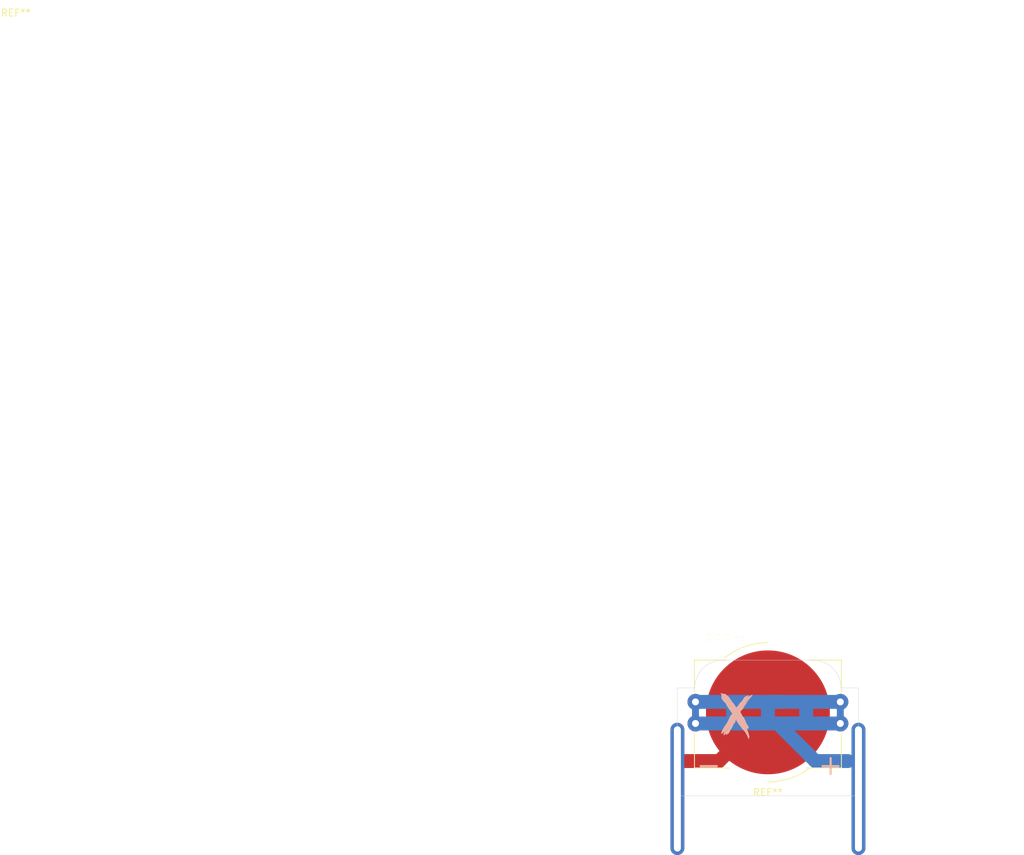
<source format=kicad_pcb>
(kicad_pcb (version 20171130) (host pcbnew "(5.1.6)-1")

  (general
    (thickness 1.6)
    (drawings 15)
    (tracks 27)
    (zones 0)
    (modules 4)
    (nets 1)
  )

  (page A4)
  (layers
    (0 F.Cu signal)
    (31 B.Cu signal)
    (32 B.Adhes user)
    (33 F.Adhes user)
    (34 B.Paste user)
    (35 F.Paste user)
    (36 B.SilkS user)
    (37 F.SilkS user)
    (38 B.Mask user)
    (39 F.Mask user)
    (40 Dwgs.User user)
    (41 Cmts.User user)
    (42 Eco1.User user)
    (43 Eco2.User user)
    (44 Edge.Cuts user)
    (45 Margin user)
    (46 B.CrtYd user)
    (47 F.CrtYd user)
    (48 B.Fab user)
    (49 F.Fab user)
  )

  (setup
    (last_trace_width 1)
    (user_trace_width 1)
    (user_trace_width 2)
    (user_trace_width 3)
    (user_trace_width 4)
    (user_trace_width 5)
    (trace_clearance 0.2)
    (zone_clearance 0.508)
    (zone_45_only no)
    (trace_min 0.2)
    (via_size 0.8)
    (via_drill 0.4)
    (via_min_size 0.4)
    (via_min_drill 0.3)
    (user_via 6.7 6.3)
    (uvia_size 0.3)
    (uvia_drill 0.1)
    (uvias_allowed no)
    (uvia_min_size 0.2)
    (uvia_min_drill 0.1)
    (edge_width 0.05)
    (segment_width 0.2)
    (pcb_text_width 0.3)
    (pcb_text_size 1.5 1.5)
    (mod_edge_width 0.12)
    (mod_text_size 1 1)
    (mod_text_width 0.15)
    (pad_size 1.524 1.524)
    (pad_drill 0.762)
    (pad_to_mask_clearance 0.05)
    (aux_axis_origin 0 0)
    (visible_elements FFFFFF7F)
    (pcbplotparams
      (layerselection 0x010fc_ffffffff)
      (usegerberextensions true)
      (usegerberattributes false)
      (usegerberadvancedattributes false)
      (creategerberjobfile false)
      (excludeedgelayer true)
      (linewidth 0.100000)
      (plotframeref false)
      (viasonmask false)
      (mode 1)
      (useauxorigin false)
      (hpglpennumber 1)
      (hpglpenspeed 20)
      (hpglpendiameter 15.000000)
      (psnegative false)
      (psa4output false)
      (plotreference true)
      (plotvalue false)
      (plotinvisibletext false)
      (padsonsilk false)
      (subtractmaskfromsilk true)
      (outputformat 1)
      (mirror false)
      (drillshape 0)
      (scaleselection 1)
      (outputdirectory ""))
  )

  (net 0 "")

  (net_class Default "This is the default net class."
    (clearance 0.2)
    (trace_width 0.25)
    (via_dia 0.8)
    (via_drill 0.4)
    (uvia_dia 0.3)
    (uvia_drill 0.1)
  )

  (module logos:logo_7 (layer F.Cu) (tedit 60C2B8C4) (tstamp 60C2BDBE)
    (at 103.5 101.5)
    (fp_text reference G*** (at 0 0) (layer F.SilkS) hide
      (effects (font (size 1.524 1.524) (thickness 0.3)))
    )
    (fp_text value LOGO (at 0.75 0) (layer F.SilkS) hide
      (effects (font (size 1.524 1.524) (thickness 0.3)))
    )
    (fp_poly (pts (xy -2.271817 -3.255016) (xy -2.241589 -3.245307) (xy -2.228288 -3.239731) (xy -2.186547 -3.225679)
      (xy -2.13399 -3.213973) (xy -2.101729 -3.20936) (xy -2.048452 -3.201361) (xy -1.995483 -3.189553)
      (xy -1.969957 -3.181864) (xy -1.920325 -3.170453) (xy -1.852659 -3.163755) (xy -1.798139 -3.1623)
      (xy -1.746274 -3.16141) (xy -1.702582 -3.157411) (xy -1.663359 -3.148314) (xy -1.624902 -3.132127)
      (xy -1.583507 -3.10686) (xy -1.53547 -3.070522) (xy -1.477088 -3.021124) (xy -1.404657 -2.956674)
      (xy -1.388573 -2.942177) (xy -1.349843 -2.909505) (xy -1.316791 -2.885761) (xy -1.294675 -2.874561)
      (xy -1.290055 -2.874408) (xy -1.272959 -2.869543) (xy -1.244843 -2.85058) (xy -1.216192 -2.82568)
      (xy -1.191928 -2.801831) (xy -1.168427 -2.7771) (xy -1.144112 -2.749345) (xy -1.117407 -2.716429)
      (xy -1.086734 -2.676212) (xy -1.050517 -2.626556) (xy -1.007178 -2.56532) (xy -0.955142 -2.490366)
      (xy -0.89283 -2.399556) (xy -0.818666 -2.290749) (xy -0.780908 -2.2352) (xy -0.719778 -2.145557)
      (xy -0.670398 -2.074136) (xy -0.630506 -2.017975) (xy -0.59784 -1.974113) (xy -0.570135 -1.939588)
      (xy -0.545129 -1.911438) (xy -0.52056 -1.886701) (xy -0.500314 -1.867935) (xy -0.462649 -1.828713)
      (xy -0.421217 -1.777548) (xy -0.384362 -1.724823) (xy -0.381 -1.719463) (xy -0.349078 -1.668897)
      (xy -0.308854 -1.606653) (xy -0.266367 -1.542018) (xy -0.239996 -1.502528) (xy -0.203728 -1.447719)
      (xy -0.170091 -1.395232) (xy -0.143248 -1.351661) (xy -0.129199 -1.32715) (xy -0.097103 -1.275293)
      (xy -0.062318 -1.233139) (xy -0.030139 -1.206845) (xy -0.022769 -1.203335) (xy -0.004718 -1.205367)
      (xy 0.013105 -1.22835) (xy 0.019328 -1.240631) (xy 0.037262 -1.269462) (xy 0.067913 -1.309964)
      (xy 0.106216 -1.355666) (xy 0.12995 -1.382013) (xy 0.220138 -1.482352) (xy 0.293519 -1.571074)
      (xy 0.353308 -1.652194) (xy 0.356306 -1.656765) (xy 1.198324 -1.656765) (xy 1.199256 -1.651)
      (xy 1.209456 -1.660736) (xy 1.2192 -1.6764) (xy 1.221843 -1.68275) (xy 1.2573 -1.68275)
      (xy 1.26365 -1.6764) (xy 1.27 -1.68275) (xy 1.26365 -1.6891) (xy 1.2573 -1.68275)
      (xy 1.221843 -1.68275) (xy 1.227375 -1.696036) (xy 1.226443 -1.7018) (xy 1.216243 -1.692065)
      (xy 1.2065 -1.6764) (xy 1.198324 -1.656765) (xy 0.356306 -1.656765) (xy 0.385221 -1.700848)
      (xy 0.403588 -1.729136) (xy 1.24498 -1.729136) (xy 1.247162 -1.731953) (xy 1.264821 -1.755669)
      (xy 1.277388 -1.77165) (xy 1.3081 -1.77165) (xy 1.31445 -1.7653) (xy 1.3208 -1.77165)
      (xy 1.31445 -1.778) (xy 1.3081 -1.77165) (xy 1.277388 -1.77165) (xy 1.291062 -1.789038)
      (xy 1.297549 -1.79705) (xy 1.3208 -1.79705) (xy 1.32715 -1.7907) (xy 1.3335 -1.79705)
      (xy 1.32715 -1.8034) (xy 1.3208 -1.79705) (xy 1.297549 -1.79705) (xy 1.30547 -1.806833)
      (xy 1.327596 -1.83515) (xy 1.3462 -1.83515) (xy 1.35255 -1.8288) (xy 1.3589 -1.83515)
      (xy 1.35255 -1.8415) (xy 1.3462 -1.83515) (xy 1.327596 -1.83515) (xy 1.332323 -1.841199)
      (xy 1.353555 -1.871121) (xy 1.354855 -1.87325) (xy 1.3716 -1.87325) (xy 1.37795 -1.8669)
      (xy 1.3843 -1.87325) (xy 1.37795 -1.8796) (xy 1.3716 -1.87325) (xy 1.354855 -1.87325)
      (xy 1.360083 -1.881811) (xy 1.375689 -1.897344) (xy 1.386899 -1.897044) (xy 1.394914 -1.896188)
      (xy 1.393821 -1.89865) (xy 1.4097 -1.89865) (xy 1.41605 -1.8923) (xy 1.4224 -1.89865)
      (xy 1.41605 -1.905) (xy 1.4097 -1.89865) (xy 1.393821 -1.89865) (xy 1.391897 -1.902982)
      (xy 1.393886 -1.920833) (xy 1.40547 -1.93675) (xy 1.4097 -1.93675) (xy 1.41605 -1.9304)
      (xy 1.4224 -1.93675) (xy 1.4351 -1.93675) (xy 1.44145 -1.9304) (xy 1.4478 -1.93675)
      (xy 1.44145 -1.9431) (xy 1.4351 -1.93675) (xy 1.4224 -1.93675) (xy 1.41605 -1.9431)
      (xy 1.4097 -1.93675) (xy 1.40547 -1.93675) (xy 1.41108 -1.944458) (xy 1.412882 -1.946219)
      (xy 1.437445 -1.973109) (xy 1.43884 -1.97485) (xy 1.4605 -1.97485) (xy 1.46685 -1.9685)
      (xy 1.4732 -1.97485) (xy 1.46685 -1.9812) (xy 1.4605 -1.97485) (xy 1.43884 -1.97485)
      (xy 1.467614 -2.010741) (xy 1.485311 -2.034773) (xy 1.510491 -2.06596) (xy 1.531593 -2.084362)
      (xy 1.541738 -2.086712) (xy 1.549418 -2.084943) (xy 1.546976 -2.088479) (xy 1.548868 -2.103119)
      (xy 1.564785 -2.126694) (xy 1.569201 -2.131661) (xy 1.589805 -2.156528) (xy 1.599972 -2.173992)
      (xy 1.6002 -2.175495) (xy 1.6082 -2.180147) (xy 1.613214 -2.177856) (xy 1.624061 -2.176799)
      (xy 1.62441 -2.180282) (xy 1.624026 -2.206142) (xy 1.631607 -2.218171) (xy 1.636888 -2.217023)
      (xy 1.648255 -2.223561) (xy 1.668133 -2.246562) (xy 1.692662 -2.280304) (xy 1.71798 -2.319066)
      (xy 1.740226 -2.357127) (xy 1.75554 -2.388767) (xy 1.758561 -2.39731) (xy 1.768146 -2.417349)
      (xy 1.775739 -2.420754) (xy 1.782921 -2.427169) (xy 1.786123 -2.44504) (xy 1.784609 -2.453485)
      (xy 1.777648 -2.453059) (xy 1.763834 -2.442199) (xy 1.741762 -2.419343) (xy 1.710024 -2.382931)
      (xy 1.667215 -2.331398) (xy 1.611929 -2.263185) (xy 1.54276 -2.176727) (xy 1.528642 -2.159)
      (xy 1.466034 -2.079727) (xy 1.416646 -2.015432) (xy 1.377374 -1.961638) (xy 1.345111 -1.913864)
      (xy 1.316754 -1.867632) (xy 1.289197 -1.818461) (xy 1.277747 -1.79705) (xy 1.258194 -1.759318)
      (xy 1.246713 -1.735492) (xy 1.24498 -1.729136) (xy 0.403588 -1.729136) (xy 0.417882 -1.75115)
      (xy 0.453397 -1.80282) (xy 0.478917 -1.837782) (xy 0.508752 -1.880557) (xy 0.535236 -1.924673)
      (xy 0.545853 -1.94571) (xy 0.561117 -1.975346) (xy 0.572535 -1.98405) (xy 0.582117 -1.977359)
      (xy 0.589216 -1.95747) (xy 0.578038 -1.935709) (xy 0.561622 -1.909555) (xy 0.564445 -1.89738)
      (xy 0.5842 -1.895792) (xy 0.604876 -1.902416) (xy 0.609599 -1.909741) (xy 0.616841 -1.925321)
      (xy 0.636123 -1.955811) (xy 0.663783 -1.996161) (xy 0.696159 -2.041317) (xy 0.729588 -2.086226)
      (xy 0.760406 -2.125837) (xy 0.784953 -2.155096) (xy 0.794893 -2.16535) (xy 0.817944 -2.192684)
      (xy 0.842273 -2.230663) (xy 0.84959 -2.244372) (xy 0.875836 -2.289069) (xy 0.907228 -2.332666)
      (xy 0.914519 -2.341347) (xy 0.944081 -2.381263) (xy 0.968988 -2.42508) (xy 0.972856 -2.433775)
      (xy 0.990706 -2.470861) (xy 1.009264 -2.500629) (xy 1.012883 -2.505075) (xy 1.023821 -2.52193)
      (xy 1.021143 -2.527495) (xy 1.018391 -2.53287) (xy 1.023188 -2.53702) (xy 1.037396 -2.552103)
      (xy 1.059792 -2.581179) (xy 1.077773 -2.606675) (xy 1.080221 -2.60985) (xy 1.8669 -2.60985)
      (xy 1.87325 -2.6035) (xy 1.8796 -2.60985) (xy 1.87325 -2.6162) (xy 1.8669 -2.60985)
      (xy 1.080221 -2.60985) (xy 1.099811 -2.63525) (xy 1.8796 -2.63525) (xy 1.88595 -2.6289)
      (xy 1.8923 -2.63525) (xy 1.88595 -2.6416) (xy 1.8796 -2.63525) (xy 1.099811 -2.63525)
      (xy 1.103121 -2.639541) (xy 1.125741 -2.661451) (xy 1.13719 -2.667) (xy 1.153947 -2.675612)
      (xy 1.182711 -2.698571) (xy 1.218256 -2.73156) (xy 1.23183 -2.745187) (xy 1.272413 -2.789182)
      (xy 1.296528 -2.82216) (xy 1.307442 -2.849096) (xy 1.308992 -2.862662) (xy 1.312828 -2.899714)
      (xy 1.319673 -2.926996) (xy 1.327154 -2.942144) (xy 1.332187 -2.935512) (xy 1.335984 -2.917914)
      (xy 1.337868 -2.891819) (xy 1.333474 -2.880169) (xy 1.325629 -2.866539) (xy 1.317361 -2.837167)
      (xy 1.315459 -2.827672) (xy 1.306478 -2.778794) (xy 1.361264 -2.787711) (xy 1.441213 -2.809555)
      (xy 1.508939 -2.849241) (xy 1.543127 -2.879129) (xy 1.585915 -2.91275) (xy 1.637012 -2.935861)
      (xy 1.703637 -2.9514) (xy 1.730375 -2.955383) (xy 1.764933 -2.956015) (xy 1.777475 -2.946578)
      (xy 1.767001 -2.928269) (xy 1.759089 -2.921117) (xy 1.746904 -2.902606) (xy 1.748016 -2.892742)
      (xy 1.746143 -2.876193) (xy 1.73912 -2.869718) (xy 1.724877 -2.850193) (xy 1.717899 -2.825877)
      (xy 1.710064 -2.796434) (xy 1.694397 -2.754707) (xy 1.679127 -2.720165) (xy 1.656288 -2.671713)
      (xy 1.644367 -2.644389) (xy 1.643345 -2.636393) (xy 1.653204 -2.645927) (xy 1.673923 -2.671194)
      (xy 1.67867 -2.677107) (xy 1.734811 -2.739269) (xy 1.796272 -2.794171) (xy 1.85836 -2.838537)
      (xy 1.916379 -2.869087) (xy 1.965637 -2.882546) (xy 1.973405 -2.8829) (xy 2.001288 -2.891618)
      (xy 2.039922 -2.915271) (xy 2.070685 -2.939374) (xy 2.139899 -2.992228) (xy 2.197753 -3.022998)
      (xy 2.24397 -3.031551) (xy 2.255389 -3.029799) (xy 2.274835 -3.023238) (xy 2.279619 -3.011889)
      (xy 2.271681 -2.987602) (xy 2.267719 -2.978033) (xy 2.241014 -2.925395) (xy 2.19965 -2.860934)
      (xy 2.142575 -2.783199) (xy 2.068739 -2.690741) (xy 2.000383 -2.609284) (xy 1.963111 -2.564928)
      (xy 1.929355 -2.52357) (xy 1.904617 -2.491994) (xy 1.89865 -2.483863) (xy 1.871678 -2.447048)
      (xy 1.846669 -2.414579) (xy 1.830001 -2.391474) (xy 1.803346 -2.352019) (xy 1.770154 -2.301419)
      (xy 1.733875 -2.244879) (xy 1.727744 -2.2352) (xy 1.691197 -2.178829) (xy 1.645965 -2.111325)
      (xy 1.594054 -2.035484) (xy 1.537472 -1.954101) (xy 1.478229 -1.86997) (xy 1.418331 -1.785887)
      (xy 1.359788 -1.704648) (xy 1.304606 -1.629046) (xy 1.254794 -1.561877) (xy 1.21236 -1.505937)
      (xy 1.179313 -1.46402) (xy 1.157659 -1.438922) (xy 1.151919 -1.433681) (xy 1.140692 -1.416983)
      (xy 1.140393 -1.414631) (xy 1.135582 -1.392902) (xy 1.12137 -1.360043) (xy 1.096074 -1.312587)
      (xy 1.064081 -1.2573) (xy 1.030849 -1.199183) (xy 0.996194 -1.135536) (xy 0.967205 -1.079401)
      (xy 0.965311 -1.075561) (xy 0.933464 -1.018114) (xy 0.903736 -0.978637) (xy 0.878111 -0.959337)
      (xy 0.86153 -0.96013) (xy 0.851332 -0.958658) (xy 0.8509 -0.955875) (xy 0.842625 -0.942919)
      (xy 0.82013 -0.915799) (xy 0.786904 -0.878554) (xy 0.748749 -0.83765) (xy 0.682812 -0.768352)
      (xy 0.632451 -0.71504) (xy 0.595874 -0.675167) (xy 0.571289 -0.646186) (xy 0.556904 -0.625549)
      (xy 0.550927 -0.610708) (xy 0.551567 -0.599115) (xy 0.557032 -0.588223) (xy 0.56497 -0.576343)
      (xy 0.579174 -0.546471) (xy 0.575877 -0.519444) (xy 0.572822 -0.512181) (xy 0.562999 -0.489843)
      (xy 0.56136 -0.474669) (xy 0.570398 -0.458272) (xy 0.592605 -0.432266) (xy 0.598606 -0.425448)
      (xy 0.619117 -0.397403) (xy 0.647481 -0.352266) (xy 0.680306 -0.295722) (xy 0.714206 -0.233458)
      (xy 0.722431 -0.217704) (xy 0.755509 -0.153912) (xy 0.787161 -0.093135) (xy 0.814228 -0.04142)
      (xy 0.833551 -0.004816) (xy 0.836619 0.000926) (xy 0.869328 0.056926) (xy 0.903408 0.106948)
      (xy 0.935392 0.146596) (xy 0.96181 0.171475) (xy 0.976155 0.1778) (xy 1.013717 0.189435)
      (xy 1.044424 0.220091) (xy 1.06175 0.262814) (xy 1.069945 0.287897) (xy 1.08786 0.331436)
      (xy 1.11363 0.389277) (xy 1.145392 0.45727) (xy 1.181283 0.531263) (xy 1.191262 0.551374)
      (xy 1.238709 0.648423) (xy 1.274264 0.725626) (xy 1.298812 0.785087) (xy 1.313235 0.828915)
      (xy 1.318048 0.853842) (xy 1.325083 0.892653) (xy 1.336017 0.921445) (xy 1.341443 0.928422)
      (xy 1.356605 0.948591) (xy 1.3589 0.957903) (xy 1.365828 0.976409) (xy 1.383412 1.006357)
      (xy 1.394787 1.023023) (xy 1.422191 1.067733) (xy 1.446979 1.118427) (xy 1.452842 1.133094)
      (xy 1.47779 1.186966) (xy 1.514653 1.250124) (xy 1.557737 1.313548) (xy 1.60099 1.367812)
      (xy 1.651408 1.428527) (xy 1.685456 1.480467) (xy 1.706607 1.53071) (xy 1.718336 1.586335)
      (xy 1.721279 1.6129) (xy 1.7261 1.65994) (xy 1.730954 1.696711) (xy 1.734897 1.716219)
      (xy 1.73536 1.717239) (xy 1.734305 1.736687) (xy 1.720286 1.76686) (xy 1.698089 1.800312)
      (xy 1.672501 1.8296) (xy 1.653424 1.844675) (xy 1.616423 1.862937) (xy 1.595448 1.864052)
      (xy 1.587706 1.84793) (xy 1.5875 1.842558) (xy 1.582467 1.820326) (xy 1.576346 1.813983)
      (xy 1.563115 1.801771) (xy 1.54212 1.775536) (xy 1.530279 1.75895) (xy 1.509793 1.729793)
      (xy 1.500787 1.720391) (xy 1.500563 1.729426) (xy 1.504239 1.74625) (xy 1.510846 1.779241)
      (xy 1.518965 1.826089) (xy 1.52536 1.8669) (xy 1.539742 1.960897) (xy 1.551855 2.033037)
      (xy 1.562362 2.086693) (xy 1.571924 2.125238) (xy 1.581205 2.152044) (xy 1.581463 2.15265)
      (xy 1.59585 2.191379) (xy 1.605219 2.224157) (xy 1.620294 2.252633) (xy 1.638668 2.264376)
      (xy 1.657174 2.275148) (xy 1.657897 2.298041) (xy 1.656828 2.302608) (xy 1.655612 2.329496)
      (xy 1.66267 2.342514) (xy 1.674123 2.360972) (xy 1.6764 2.37628) (xy 1.682132 2.405032)
      (xy 1.695969 2.439397) (xy 1.696418 2.440272) (xy 1.708016 2.464171) (xy 1.716722 2.487604)
      (xy 1.724329 2.517316) (xy 1.73263 2.560056) (xy 1.740848 2.607404) (xy 1.751308 2.657779)
      (xy 1.764346 2.705967) (xy 1.771944 2.728054) (xy 1.794005 2.791339) (xy 1.812606 2.858982)
      (xy 1.826994 2.926144) (xy 1.836412 2.987987) (xy 1.840105 3.039669) (xy 1.837319 3.076352)
      (xy 1.8288 3.09245) (xy 1.820142 3.109372) (xy 1.816133 3.14002) (xy 1.8161 3.143155)
      (xy 1.813233 3.172983) (xy 1.800436 3.18612) (xy 1.781175 3.190031) (xy 1.74625 3.19405)
      (xy 1.750564 3.286125) (xy 1.751869 3.330773) (xy 1.751325 3.363491) (xy 1.749062 3.377983)
      (xy 1.748644 3.3782) (xy 1.73895 3.368341) (xy 1.722208 3.343664) (xy 1.715754 3.333024)
      (xy 1.698789 3.300977) (xy 1.689359 3.276795) (xy 1.688703 3.272699) (xy 1.682206 3.25347)
      (xy 1.666238 3.222362) (xy 1.657018 3.20675) (xy 1.637985 3.170299) (xy 1.626853 3.138256)
      (xy 1.625665 3.129087) (xy 1.617985 3.099528) (xy 1.602039 3.071937) (xy 1.584132 3.039022)
      (xy 1.570743 2.997503) (xy 1.569411 2.99085) (xy 1.559288 2.953944) (xy 1.540843 2.903315)
      (xy 1.517076 2.845733) (xy 1.490989 2.78797) (xy 1.465583 2.736798) (xy 1.44386 2.698987)
      (xy 1.434312 2.68605) (xy 1.413495 2.658001) (xy 1.384548 2.612601) (xy 1.382923 2.60985)
      (xy 1.397 2.60985) (xy 1.40335 2.6162) (xy 1.4097 2.60985) (xy 1.40335 2.6035)
      (xy 1.397 2.60985) (xy 1.382923 2.60985) (xy 1.350647 2.555242) (xy 1.314967 2.491317)
      (xy 1.280684 2.426219) (xy 1.276952 2.418855) (xy 1.256558 2.38196) (xy 1.23083 2.342696)
      (xy 1.197348 2.298019) (xy 1.153695 2.244883) (xy 1.09745 2.180243) (xy 1.038339 2.11455)
      (xy 1.1557 2.11455) (xy 1.16205 2.1209) (xy 1.1684 2.11455) (xy 1.16205 2.1082)
      (xy 1.1557 2.11455) (xy 1.038339 2.11455) (xy 1.026196 2.101055) (xy 1.012897 2.086454)
      (xy 0.989589 2.059536) (xy 1.308486 2.059536) (xy 1.312777 2.089699) (xy 1.317249 2.103986)
      (xy 1.324911 2.119815) (xy 1.32937 2.112123) (xy 1.330804 2.105424) (xy 1.328389 2.076458)
      (xy 1.32204 2.060974) (xy 1.311812 2.045935) (xy 1.308704 2.053016) (xy 1.308486 2.059536)
      (xy 0.989589 2.059536) (xy 0.975361 2.043106) (xy 0.947002 2.0066) (xy 1.1176 2.0066)
      (xy 1.122246 2.017053) (xy 1.126066 2.015066) (xy 1.127586 1.999994) (xy 1.126066 1.998133)
      (xy 1.118516 1.999876) (xy 1.1176 2.0066) (xy 0.947002 2.0066) (xy 0.944447 2.003312)
      (xy 0.924415 1.972769) (xy 0.919445 1.961473) (xy 0.913424 1.94674) (xy 1.094247 1.94674)
      (xy 1.097337 1.953837) (xy 1.110124 1.967471) (xy 1.117476 1.964674) (xy 1.1176 1.962899)
      (xy 1.108579 1.952157) (xy 1.102937 1.948237) (xy 1.094247 1.94674) (xy 0.913424 1.94674)
      (xy 0.908811 1.935454) (xy 0.893933 1.933353) (xy 0.879946 1.944533) (xy 0.859942 1.952342)
      (xy 0.838931 1.935894) (xy 0.819021 1.900956) (xy 0.801378 1.87101) (xy 0.793985 1.86055)
      (xy 1.0668 1.86055) (xy 1.07315 1.8669) (xy 1.0795 1.86055) (xy 1.07315 1.8542)
      (xy 1.0668 1.86055) (xy 0.793985 1.86055) (xy 0.77284 1.830638) (xy 0.73944 1.788351)
      (xy 0.737924 1.786545) (xy 0.717611 1.759877) (xy 1.030485 1.759877) (xy 1.03677 1.780124)
      (xy 1.045931 1.790691) (xy 1.046162 1.7907) (xy 1.047901 1.780419) (xy 1.044948 1.764796)
      (xy 1.037158 1.746798) (xy 1.031868 1.745198) (xy 1.030485 1.759877) (xy 0.717611 1.759877)
      (xy 0.707231 1.74625) (xy 0.8001 1.74625) (xy 0.80645 1.7526) (xy 0.8128 1.74625)
      (xy 0.80645 1.7399) (xy 0.8001 1.74625) (xy 0.707231 1.74625) (xy 0.699639 1.736284)
      (xy 0.689485 1.72085) (xy 1.016 1.72085) (xy 1.02235 1.7272) (xy 1.0287 1.72085)
      (xy 1.02235 1.7145) (xy 1.016 1.72085) (xy 0.689485 1.72085) (xy 0.662119 1.679254)
      (xy 0.636812 1.634145) (xy 0.612717 1.59385) (xy 0.6858 1.59385) (xy 0.69215 1.6002)
      (xy 0.6985 1.59385) (xy 0.69215 1.5875) (xy 0.6858 1.59385) (xy 0.612717 1.59385)
      (xy 0.60651 1.58347) (xy 0.563807 1.525678) (xy 0.521027 1.476314) (xy 0.639587 1.476314)
      (xy 0.646164 1.500694) (xy 0.657674 1.530079) (xy 0.670234 1.555932) (xy 0.67996 1.56972)
      (xy 0.682188 1.569944) (xy 0.681498 1.555798) (xy 0.674575 1.539457) (xy 0.667193 1.516658)
      (xy 0.669313 1.506619) (xy 0.667445 1.49931) (xy 0.661767 1.4986) (xy 0.651888 1.491612)
      (xy 0.653507 1.486777) (xy 0.652182 1.470354) (xy 0.649022 1.467667) (xy 0.639738 1.47013)
      (xy 0.639587 1.476314) (xy 0.521027 1.476314) (xy 0.515648 1.470108) (xy 0.511725 1.465993)
      (xy 0.464723 1.413473) (xy 0.413082 1.35008) (xy 0.386348 1.31445) (xy 0.7493 1.31445)
      (xy 0.75565 1.3208) (xy 0.762 1.31445) (xy 0.75565 1.3081) (xy 0.7493 1.31445)
      (xy 0.386348 1.31445) (xy 0.365445 1.286592) (xy 0.34925 1.263294) (xy 0.31554 1.2135)
      (xy 0.271943 1.14935) (xy 0.4572 1.14935) (xy 0.46355 1.1557) (xy 0.4699 1.14935)
      (xy 0.46355 1.143) (xy 0.4572 1.14935) (xy 0.271943 1.14935) (xy 0.271874 1.149249)
      (xy 0.22267 1.077027) (xy 0.19401 1.03505) (xy 0.4064 1.03505) (xy 0.41275 1.0414)
      (xy 0.4191 1.03505) (xy 0.41275 1.0287) (xy 0.4064 1.03505) (xy 0.19401 1.03505)
      (xy 0.176667 1.00965) (xy 0.3937 1.00965) (xy 0.40005 1.016) (xy 0.4064 1.00965)
      (xy 0.40005 1.0033) (xy 0.3937 1.00965) (xy 0.176667 1.00965) (xy 0.172345 1.003321)
      (xy 0.142875 0.960245) (xy 0.11439 0.91804) (xy 1.119647 0.91804) (xy 1.122737 0.925137)
      (xy 1.135524 0.938771) (xy 1.142876 0.935974) (xy 1.143 0.934199) (xy 1.133979 0.923457)
      (xy 1.128337 0.919537) (xy 1.119647 0.91804) (xy 0.11439 0.91804) (xy 0.101181 0.89847)
      (xy 0.065021 0.843197) (xy 0.036695 0.798085) (xy 0.034176 0.79375) (xy 0.2667 0.79375)
      (xy 0.27305 0.8001) (xy 0.2794 0.79375) (xy 1.0414 0.79375) (xy 1.04775 0.8001)
      (xy 1.0541 0.79375) (xy 1.04775 0.7874) (xy 1.0414 0.79375) (xy 0.2794 0.79375)
      (xy 0.27305 0.7874) (xy 0.2667 0.79375) (xy 0.034176 0.79375) (xy 0.018505 0.766791)
      (xy 0.0127 0.75337) (xy 0.006436 0.737969) (xy 0.002639 0.736696) (xy 0.229431 0.736696)
      (xy 0.232585 0.743273) (xy 0.23968 0.752475) (xy 0.258217 0.772219) (xy 0.266491 0.772133)
      (xy 0.2667 0.769905) (xy 0.258021 0.759303) (xy 0.253764 0.75565) (xy 1.0287 0.75565)
      (xy 1.03505 0.762) (xy 1.0414 0.75565) (xy 1.03505 0.7493) (xy 1.0287 0.75565)
      (xy 0.253764 0.75565) (xy 0.244475 0.74768) (xy 0.237997 0.74295) (xy 0.9906 0.74295)
      (xy 0.99695 0.7493) (xy 1.0033 0.74295) (xy 0.99695 0.7366) (xy 0.9906 0.74295)
      (xy 0.237997 0.74295) (xy 0.229431 0.736696) (xy 0.002639 0.736696) (xy 0.002352 0.7366)
      (xy -0.00849 0.726325) (xy -0.01396 0.71755) (xy 0.9652 0.71755) (xy 0.97155 0.7239)
      (xy 0.9779 0.71755) (xy 0.97155 0.7112) (xy 0.9652 0.71755) (xy -0.01396 0.71755)
      (xy -0.023909 0.701593) (xy -0.030042 0.68944) (xy 0.979947 0.68944) (xy 0.983037 0.696537)
      (xy 0.995824 0.710171) (xy 1.003176 0.707374) (xy 1.0033 0.705599) (xy 0.994279 0.694857)
      (xy 0.988637 0.690937) (xy 0.979947 0.68944) (xy -0.030042 0.68944) (xy -0.039078 0.671538)
      (xy -0.049165 0.645296) (xy -0.049862 0.64135) (xy 0.9398 0.64135) (xy 0.94615 0.6477)
      (xy 0.9525 0.64135) (xy 0.94615 0.635) (xy 0.9398 0.64135) (xy -0.049862 0.64135)
      (xy -0.0508 0.63605) (xy -0.040237 0.624545) (xy -0.025401 0.61862) (xy -0.004746 0.604723)
      (xy 0 0.591738) (xy 0.008308 0.57412) (xy 0.016311 0.5715) (xy 0.033337 0.561519)
      (xy 0.052826 0.537229) (xy 0.054411 0.534615) (xy 0.071431 0.503291) (xy 0.071743 0.50165)
      (xy 0.8001 0.50165) (xy 0.80645 0.508) (xy 0.8128 0.50165) (xy 0.80645 0.4953)
      (xy 0.8001 0.50165) (xy 0.071743 0.50165) (xy 0.074396 0.487728) (xy 0.063674 0.482782)
      (xy 0.058159 0.4826) (xy 0.043094 0.493597) (xy 0.031881 0.520108) (xy 0.03175 0.520699)
      (xy 0.022518 0.548701) (xy 0.007403 0.558283) (xy -0.006907 0.558139) (xy -0.020092 0.565127)
      (xy -0.044384 0.583336) (xy -0.052331 0.589889) (xy -0.07937 0.610575) (xy -0.098679 0.621692)
      (xy -0.101442 0.6223) (xy -0.112855 0.632655) (xy -0.129852 0.658955) (xy -0.1391 0.676275)
      (xy -0.160599 0.716513) (xy -0.181882 0.752354) (xy -0.187858 0.761368) (xy -0.20181 0.782664)
      (xy -0.200704 0.78823) (xy -0.187325 0.783992) (xy -0.169109 0.782608) (xy -0.1651 0.788548)
      (xy -0.157296 0.795761) (xy -0.1524 0.793749) (xy -0.143268 0.790009) (xy -0.141403 0.79638)
      (xy -0.147819 0.816208) (xy -0.163528 0.85284) (xy -0.183564 0.896701) (xy -0.208967 0.948551)
      (xy -0.234017 0.99059) (xy -0.264396 1.030947) (xy -0.305791 1.077756) (xy -0.323057 1.096237)
      (xy -0.343143 1.111345) (xy -0.353129 1.107373) (xy -0.351718 1.089063) (xy -0.337617 1.06116)
      (xy -0.334033 1.056035) (xy -0.308891 1.02014) (xy -0.299814 1.003733) (xy -0.306762 1.006902)
      (xy -0.329696 1.029734) (xy -0.340581 1.0414) (xy -0.370365 1.077491) (xy -0.392601 1.111444)
      (xy -0.400736 1.1303) (xy -0.411676 1.168188) (xy -0.419979 1.191222) (xy -0.429419 1.22355)
      (xy -0.4318 1.242983) (xy -0.440554 1.266998) (xy -0.461679 1.293636) (xy -0.462339 1.294261)
      (xy -0.486205 1.327312) (xy -0.501128 1.366941) (xy -0.501231 1.367481) (xy -0.511913 1.40193)
      (xy -0.533068 1.45312) (xy -0.562095 1.516017) (xy -0.59639 1.585586) (xy -0.633352 1.656794)
      (xy -0.670378 1.724605) (xy -0.704866 1.783985) (xy -0.734213 1.8299) (xy -0.752824 1.8542)
      (xy -0.797539 1.910341) (xy -0.846381 1.98332) (xy -0.895261 2.065938) (xy -0.940093 2.150999)
      (xy -0.976787 2.231306) (xy -0.995862 2.282106) (xy -1.012638 2.325621) (xy -1.031286 2.363256)
      (xy -1.040491 2.377356) (xy -1.05925 2.405128) (xy -1.082842 2.445042) (xy -1.098001 2.472963)
      (xy -1.120789 2.512339) (xy -1.141277 2.534318) (xy -1.166181 2.545251) (xy -1.176907 2.547592)
      (xy -1.208431 2.557885) (xy -1.227228 2.572131) (xy -1.228203 2.574083) (xy -1.243365 2.586593)
      (xy -1.252396 2.585652) (xy -1.270893 2.590157) (xy -1.283536 2.60506) (xy -1.296606 2.622613)
      (xy -1.304112 2.624421) (xy -1.316218 2.627515) (xy -1.335401 2.644629) (xy -1.355139 2.668329)
      (xy -1.368913 2.691182) (xy -1.3716 2.701354) (xy -1.377897 2.713266) (xy -1.383532 2.711924)
      (xy -1.398946 2.715492) (xy -1.422117 2.733607) (xy -1.427982 2.73962) (xy -1.4605 2.77469)
      (xy -1.462513 2.67322) (xy -1.463254 2.622407) (xy -1.463396 2.579662) (xy -1.462924 2.55284)
      (xy -1.462749 2.550014) (xy -1.467367 2.534745) (xy -1.481126 2.537065) (xy -1.497775 2.554357)
      (xy -1.505219 2.567779) (xy -1.512712 2.582457) (xy -1.522766 2.594146) (xy -1.540343 2.606149)
      (xy -1.570407 2.621772) (xy -1.617923 2.644317) (xy -1.6256 2.64791) (xy -1.68358 2.682697)
      (xy -1.736564 2.732495) (xy -1.756291 2.755746) (xy -1.787198 2.790894) (xy -1.813657 2.815555)
      (xy -1.830729 2.825239) (xy -1.832491 2.82502) (xy -1.840276 2.812498) (xy -1.844084 2.78077)
      (xy -1.84415 2.72727) (xy -1.843412 2.704967) (xy -1.842532 2.647953) (xy -1.844564 2.613025)
      (xy -1.827327 2.613025) (xy -1.822734 2.634923) (xy -1.801388 2.641539) (xy -1.797449 2.6416)
      (xy -1.774976 2.637297) (xy -1.773391 2.622599) (xy -1.773532 2.622225) (xy -1.784626 2.61003)
      (xy -1.797473 2.61655) (xy -1.812342 2.621917) (xy -1.819916 2.607349) (xy -1.823708 2.59715)
      (xy -1.7653 2.59715) (xy -1.75895 2.6035) (xy -1.7526 2.59715) (xy -1.75895 2.5908)
      (xy -1.7653 2.59715) (xy -1.823708 2.59715) (xy -1.824558 2.594864) (xy -1.826929 2.606403)
      (xy -1.827327 2.613025) (xy -1.844564 2.613025) (xy -1.844795 2.609062) (xy -1.849972 2.59149)
      (xy -1.851587 2.5908) (xy -1.856268 2.580198) (xy -1.855838 2.57175) (xy -1.7653 2.57175)
      (xy -1.75895 2.5781) (xy -1.7526 2.57175) (xy -1.7399 2.57175) (xy -1.73355 2.5781)
      (xy -1.7272 2.57175) (xy -1.5875 2.57175) (xy -1.58115 2.5781) (xy -1.5748 2.57175)
      (xy -1.58115 2.5654) (xy -1.5875 2.57175) (xy -1.7272 2.57175) (xy -1.73355 2.5654)
      (xy -1.7399 2.57175) (xy -1.7526 2.57175) (xy -1.75895 2.5654) (xy -1.7653 2.57175)
      (xy -1.855838 2.57175) (xy -1.855192 2.55905) (xy -1.5621 2.55905) (xy -1.55575 2.5654)
      (xy -1.5494 2.55905) (xy -1.55575 2.5527) (xy -1.5621 2.55905) (xy -1.855192 2.55905)
      (xy -1.854957 2.554444) (xy -1.851252 2.53365) (xy -1.7145 2.53365) (xy -1.70815 2.54)
      (xy -1.7018 2.53365) (xy -1.524 2.53365) (xy -1.51765 2.54) (xy -1.5113 2.53365)
      (xy -1.51765 2.5273) (xy -1.524 2.53365) (xy -1.7018 2.53365) (xy -1.70815 2.5273)
      (xy -1.7145 2.53365) (xy -1.851252 2.53365) (xy -1.849285 2.522615) (xy -1.840885 2.493788)
      (xy -1.839134 2.490699) (xy -1.5113 2.490699) (xy -1.503476 2.497584) (xy -1.4986 2.49555)
      (xy -1.4605 2.49555) (xy -1.45415 2.5019) (xy -1.4478 2.49555) (xy -1.45415 2.4892)
      (xy -1.4605 2.49555) (xy -1.4986 2.49555) (xy -1.486375 2.478726) (xy -1.4859 2.475)
      (xy -1.493725 2.468115) (xy -1.4986 2.47015) (xy -1.510826 2.486973) (xy -1.5113 2.490699)
      (xy -1.839134 2.490699) (xy -1.831388 2.477039) (xy -1.831096 2.476812) (xy -1.821416 2.462661)
      (xy -1.804865 2.432147) (xy -1.798554 2.41935) (xy -1.4986 2.41935) (xy -1.49225 2.4257)
      (xy -1.4859 2.41935) (xy -1.49225 2.413) (xy -1.4986 2.41935) (xy -1.798554 2.41935)
      (xy -1.786025 2.39395) (xy -1.758333 2.345939) (xy -1.738198 2.31775) (xy -1.6002 2.31775)
      (xy -1.59385 2.3241) (xy -1.5875 2.31775) (xy -1.4859 2.31775) (xy -1.47955 2.3241)
      (xy -1.4732 2.31775) (xy -1.47955 2.3114) (xy -1.4859 2.31775) (xy -1.5875 2.31775)
      (xy -1.59385 2.3114) (xy -1.6002 2.31775) (xy -1.738198 2.31775) (xy -1.719234 2.291201)
      (xy -1.709507 2.27965) (xy -1.5748 2.27965) (xy -1.56845 2.286) (xy -1.5621 2.27965)
      (xy -1.56845 2.2733) (xy -1.5748 2.27965) (xy -1.709507 2.27965) (xy -1.703055 2.271988)
      (xy -1.468408 2.271988) (xy -1.466836 2.2733) (xy -1.458285 2.263012) (xy -1.443119 2.236866)
      (xy -1.434031 2.219325) (xy -1.422011 2.192325) (xy -1.420259 2.181234) (xy -1.425079 2.1844)
      (xy -1.439732 2.204625) (xy -1.45449 2.231613) (xy -1.465375 2.256891) (xy -1.468408 2.271988)
      (xy -1.703055 2.271988) (xy -1.676156 2.240047) (xy -1.671898 2.235507) (xy -1.638759 2.199866)
      (xy -1.623183 2.181219) (xy -1.625363 2.179661) (xy -1.645493 2.19529) (xy -1.683767 2.228203)
      (xy -1.718276 2.258742) (xy -1.753426 2.286576) (xy -1.783759 2.304488) (xy -1.800826 2.308674)
      (xy -1.823074 2.314958) (xy -1.847181 2.335236) (xy -1.86403 2.360593) (xy -1.866901 2.37327)
      (xy -1.876525 2.388267) (xy -1.900522 2.409222) (xy -1.909626 2.415717) (xy -1.938332 2.439548)
      (xy -1.975476 2.476233) (xy -2.013875 2.518595) (xy -2.020751 2.52673) (xy -2.054205 2.565849)
      (xy -2.07522 2.587163) (xy -2.086884 2.592971) (xy -2.092286 2.585568) (xy -2.093219 2.580624)
      (xy -2.090298 2.554084) (xy -2.078505 2.514895) (xy -2.065718 2.483579) (xy -2.049297 2.443163)
      (xy -2.046749 2.423989) (xy -2.058039 2.426042) (xy -2.083137 2.44931) (xy -2.122008 2.493776)
      (xy -2.140016 2.515773) (xy -2.180993 2.563911) (xy -2.210739 2.593296) (xy -2.228367 2.603286)
      (xy -2.232993 2.593237) (xy -2.230383 2.581275) (xy -2.224177 2.554521) (xy -2.217137 2.516657)
      (xy -2.215758 2.50825) (xy -2.208362 2.468328) (xy -2.198426 2.429828) (xy -2.184144 2.387994)
      (xy -2.163711 2.338073) (xy -2.13532 2.27531) (xy -2.097164 2.194951) (xy -2.095143 2.19075)
      (xy -2.089034 2.17805) (xy -1.5113 2.17805) (xy -1.50495 2.1844) (xy -1.4986 2.17805)
      (xy -1.50495 2.1717) (xy -1.5113 2.17805) (xy -2.089034 2.17805) (xy -2.076456 2.151902)
      (xy -1.409506 2.151902) (xy -1.403632 2.152569) (xy -1.391689 2.139222) (xy -1.380048 2.118204)
      (xy -1.379679 2.108587) (xy -1.389733 2.112093) (xy -1.401957 2.128952) (xy -1.409262 2.148868)
      (xy -1.409506 2.151902) (xy -2.076456 2.151902) (xy -2.070706 2.13995) (xy -1.4859 2.13995)
      (xy -1.47955 2.1463) (xy -1.4732 2.13995) (xy -1.47955 2.1336) (xy -1.4859 2.13995)
      (xy -2.070706 2.13995) (xy -2.060188 2.118087) (xy -2.052385 2.10185) (xy -1.4605 2.10185)
      (xy -1.45415 2.1082) (xy -1.4478 2.10185) (xy -1.45415 2.0955) (xy -1.4605 2.10185)
      (xy -2.052385 2.10185) (xy -2.044725 2.08591) (xy -1.3843 2.08591) (xy -1.376653 2.089781)
      (xy -1.36525 2.0828) (xy -1.349242 2.063677) (xy -1.3462 2.054289) (xy -1.353848 2.050418)
      (xy -1.36525 2.0574) (xy -1.381259 2.076522) (xy -1.3843 2.08591) (xy -2.044725 2.08591)
      (xy -2.02797 2.05105) (xy -1.4224 2.05105) (xy -1.41605 2.0574) (xy -1.4097 2.05105)
      (xy -1.41605 2.0447) (xy -1.4224 2.05105) (xy -2.02797 2.05105) (xy -2.024103 2.043004)
      (xy -2.01018 2.014007) (xy -1.342457 2.014007) (xy -1.339535 2.01981) (xy -1.328434 2.027157)
      (xy -1.31962 2.01748) (xy -1.316677 2.000103) (xy -1.322001 1.995752) (xy -1.340537 1.997349)
      (xy -1.342457 2.014007) (xy -2.01018 2.014007) (xy -2.003574 2.00025) (xy -1.3843 2.00025)
      (xy -1.37795 2.0066) (xy -1.3716 2.00025) (xy -1.37795 1.9939) (xy -1.3843 2.00025)
      (xy -2.003574 2.00025) (xy -1.991929 1.975998) (xy -1.328434 1.975998) (xy -1.321613 1.980372)
      (xy -1.312205 1.978961) (xy -1.290641 1.964584) (xy -1.28509 1.952479) (xy -1.286391 1.933366)
      (xy -1.298337 1.933828) (xy -1.316176 1.953241) (xy -1.318529 1.956882) (xy -1.328434 1.975998)
      (xy -1.991929 1.975998) (xy -1.990615 1.973263) (xy -1.985286 1.96215) (xy -1.3589 1.96215)
      (xy -1.35255 1.9685) (xy -1.3462 1.96215) (xy -1.35255 1.9558) (xy -1.3589 1.96215)
      (xy -1.985286 1.96215) (xy -1.973105 1.93675) (xy -1.3462 1.93675) (xy -1.33985 1.9431)
      (xy -1.3335 1.93675) (xy -1.33985 1.9304) (xy -1.3462 1.93675) (xy -1.973105 1.93675)
      (xy -1.967014 1.92405) (xy -1.6764 1.92405) (xy -1.67005 1.9304) (xy -1.6637 1.92405)
      (xy -1.67005 1.9177) (xy -1.6764 1.92405) (xy -1.967014 1.92405) (xy -1.963453 1.916625)
      (xy -1.962762 1.915182) (xy -1.278718 1.915182) (xy -1.277507 1.9177) (xy -1.266897 1.909301)
      (xy -1.2573 1.89865) (xy -1.249573 1.883179) (xy -1.254387 1.8796) (xy -1.26967 1.889744)
      (xy -1.274593 1.89865) (xy -1.278718 1.915182) (xy -1.962762 1.915182) (xy -1.957885 1.905)
      (xy -1.935588 1.860996) (xy -1.249771 1.860996) (xy -1.246067 1.8669) (xy -1.232336 1.856717)
      (xy -1.22661 1.846032) (xy -1.221473 1.824609) (xy -1.22843 1.82438) (xy -1.242014 1.842077)
      (xy -1.249771 1.860996) (xy -1.935588 1.860996) (xy -1.908589 1.807713) (xy -1.900821 1.794034)
      (xy -1.390934 1.794034) (xy -1.385868 1.797567) (xy -1.384795 1.79705) (xy -1.2192 1.79705)
      (xy -1.21285 1.8034) (xy -1.2065 1.79705) (xy -1.21285 1.7907) (xy -1.2192 1.79705)
      (xy -1.384795 1.79705) (xy -1.37151 1.790651) (xy -1.351328 1.772439) (xy -1.351038 1.77165)
      (xy -1.2954 1.77165) (xy -1.28905 1.778) (xy -1.2827 1.77165) (xy -1.28905 1.7653)
      (xy -1.2954 1.77165) (xy -1.351038 1.77165) (xy -1.3462 1.758503) (xy -1.351481 1.741446)
      (xy -1.364267 1.745003) (xy -1.379978 1.76745) (xy -1.382171 1.772048) (xy -1.390934 1.794034)
      (xy -1.900821 1.794034) (xy -1.866472 1.73355) (xy -1.2827 1.73355) (xy -1.27635 1.7399)
      (xy -1.275523 1.739073) (xy -1.190687 1.739073) (xy -1.18895 1.7399) (xy -1.17736 1.730959)
      (xy -1.17475 1.7272) (xy -1.171514 1.715326) (xy -1.173251 1.7145) (xy -1.184841 1.72344)
      (xy -1.18745 1.7272) (xy -1.190687 1.739073) (xy -1.275523 1.739073) (xy -1.27 1.73355)
      (xy -1.27635 1.7272) (xy -1.2827 1.73355) (xy -1.866472 1.73355) (xy -1.853517 1.710738)
      (xy -1.827922 1.67005) (xy -1.2573 1.67005) (xy -1.25095 1.6764) (xy -1.247775 1.673225)
      (xy -1.151442 1.673225) (xy -1.149316 1.687295) (xy -1.141567 1.681692) (xy -1.126246 1.654695)
      (xy -1.122734 1.647825) (xy -1.109662 1.621344) (xy -1.108746 1.614885) (xy -1.120627 1.625832)
      (xy -1.126616 1.63195) (xy -1.145018 1.656042) (xy -1.151442 1.673225) (xy -1.247775 1.673225)
      (xy -1.2446 1.67005) (xy -1.25095 1.6637) (xy -1.2573 1.67005) (xy -1.827922 1.67005)
      (xy -1.789545 1.609045) (xy -1.761862 1.56845) (xy -1.0922 1.56845) (xy -1.08585 1.5748)
      (xy -1.0795 1.56845) (xy -1.08585 1.5621) (xy -1.0922 1.56845) (xy -1.761862 1.56845)
      (xy -1.713548 1.497603) (xy -1.691479 1.46685) (xy -1.1684 1.46685) (xy -1.16205 1.4732)
      (xy -1.1557 1.46685) (xy -1.16205 1.4605) (xy -1.1684 1.46685) (xy -1.691479 1.46685)
      (xy -1.682365 1.45415) (xy -1.0414 1.45415) (xy -1.03505 1.4605) (xy -1.0287 1.45415)
      (xy -1.03505 1.4478) (xy -1.0414 1.45415) (xy -1.682365 1.45415) (xy -1.664137 1.42875)
      (xy -1.0287 1.42875) (xy -1.02235 1.4351) (xy -1.016 1.42875) (xy -1.02235 1.4224)
      (xy -1.0287 1.42875) (xy -1.664137 1.42875) (xy -1.648368 1.406777) (xy -1.645905 1.40335)
      (xy -1.016 1.40335) (xy -1.00965 1.4097) (xy -1.0033 1.40335) (xy -1.00965 1.397)
      (xy -1.016 1.40335) (xy -1.645905 1.40335) (xy -1.627645 1.37795) (xy -1.0033 1.37795)
      (xy -0.99695 1.3843) (xy -0.9906 1.37795) (xy -0.99695 1.3716) (xy -1.0033 1.37795)
      (xy -1.627645 1.37795) (xy -1.599422 1.338692) (xy -1.550526 1.26889) (xy -1.529609 1.23825)
      (xy -0.9398 1.23825) (xy -0.93345 1.2446) (xy -0.9271 1.23825) (xy -0.93345 1.2319)
      (xy -0.9398 1.23825) (xy -1.529609 1.23825) (xy -1.512269 1.21285) (xy -0.9271 1.21285)
      (xy -0.92075 1.2192) (xy -0.9144 1.21285) (xy -0.92075 1.2065) (xy -0.9271 1.21285)
      (xy -1.512269 1.21285) (xy -1.505901 1.203523) (xy -1.470173 1.14935) (xy -0.9017 1.14935)
      (xy -0.89535 1.1557) (xy -0.889 1.14935) (xy -0.89535 1.143) (xy -0.9017 1.14935)
      (xy -1.470173 1.14935) (xy -1.46977 1.14874) (xy -1.454194 1.12395) (xy -1.446329 1.11125)
      (xy -1.0033 1.11125) (xy -0.99695 1.1176) (xy -0.9906 1.11125) (xy -0.889 1.11125)
      (xy -0.88265 1.1176) (xy -0.8763 1.11125) (xy -0.88265 1.1049) (xy -0.889 1.11125)
      (xy -0.9906 1.11125) (xy -0.99695 1.1049) (xy -1.0033 1.11125) (xy -1.446329 1.11125)
      (xy -1.430599 1.08585) (xy -0.8763 1.08585) (xy -0.86995 1.0922) (xy -0.8636 1.08585)
      (xy -0.86995 1.0795) (xy -0.8763 1.08585) (xy -1.430599 1.08585) (xy -1.423278 1.074029)
      (xy -1.398414 1.03505) (xy -0.9525 1.03505) (xy -0.94615 1.0414) (xy -0.9398 1.03505)
      (xy -0.6985 1.03505) (xy -0.69215 1.0414) (xy -0.6858 1.03505) (xy -0.69215 1.0287)
      (xy -0.6985 1.03505) (xy -0.9398 1.03505) (xy -0.94615 1.0287) (xy -0.9525 1.03505)
      (xy -1.398414 1.03505) (xy -1.393891 1.027961) (xy -1.373306 0.99695) (xy -0.8382 0.99695)
      (xy -0.83185 1.0033) (xy -0.8255 0.99695) (xy -0.83185 0.9906) (xy -0.8382 0.99695)
      (xy -1.373306 0.99695) (xy -1.370837 0.993231) (xy -1.364509 0.98425) (xy -1.34585 0.953039)
      (xy -1.3362 0.93345) (xy -0.8128 0.93345) (xy -0.80645 0.9398) (xy -0.8001 0.93345)
      (xy -0.80645 0.9271) (xy -0.8128 0.93345) (xy -1.3362 0.93345) (xy -1.323687 0.90805)
      (xy -0.8001 0.90805) (xy -0.79375 0.9144) (xy -0.7874 0.90805) (xy -0.79375 0.9017)
      (xy -0.8001 0.90805) (xy -1.323687 0.90805) (xy -1.32349 0.907652) (xy -1.302232 0.857846)
      (xy -1.301998 0.85725) (xy -1.27447 0.79352) (xy -1.252911 0.75565) (xy -1.2319 0.75565)
      (xy -1.22555 0.762) (xy -1.2192 0.75565) (xy -1.22555 0.7493) (xy -1.2319 0.75565)
      (xy -1.252911 0.75565) (xy -1.250174 0.750843) (xy -1.230009 0.730586) (xy -1.218688 0.730567)
      (xy -1.21333 0.725796) (xy -1.215094 0.712832) (xy -1.211773 0.692219) (xy -1.197518 0.653209)
      (xy -1.173871 0.599529) (xy -1.142375 0.534908) (xy -1.138372 0.52705) (xy 0 0.52705)
      (xy 0.00635 0.5334) (xy 0.0127 0.52705) (xy 0.00635 0.5207) (xy 0 0.52705)
      (xy -1.138372 0.52705) (xy -1.13771 0.525752) (xy -1.125701 0.50165) (xy 0.0127 0.50165)
      (xy 0.01905 0.508) (xy 0.0254 0.50165) (xy 0.01905 0.4953) (xy 0.0127 0.50165)
      (xy -1.125701 0.50165) (xy -1.107728 0.465583) (xy -1.088176 0.423951) (xy 0.511614 0.423951)
      (xy 0.512856 0.438217) (xy 0.525554 0.463038) (xy 0.526344 0.464255) (xy 0.543278 0.485182)
      (xy 0.554768 0.490783) (xy 0.555185 0.490448) (xy 0.553943 0.476182) (xy 0.541245 0.451361)
      (xy 0.540455 0.450144) (xy 0.523521 0.429217) (xy 0.512031 0.423616) (xy 0.511614 0.423951)
      (xy -1.088176 0.423951) (xy -1.082509 0.411885) (xy -1.064175 0.369416) (xy -1.054846 0.342934)
      (xy -1.054101 0.338249) (xy -1.046263 0.302262) (xy -1.03426 0.273977) (xy 0.522485 0.273977)
      (xy 0.52877 0.294224) (xy 0.537931 0.304791) (xy 0.538162 0.3048) (xy 0.539901 0.294519)
      (xy 0.536948 0.278896) (xy 0.529158 0.260898) (xy 0.523868 0.259298) (xy 0.522485 0.273977)
      (xy -1.03426 0.273977) (xy -1.024257 0.250406) (xy -0.990341 0.186186) (xy -0.981557 0.17145)
      (xy 0.127 0.17145) (xy 0.13335 0.1778) (xy 0.1397 0.17145) (xy 0.13335 0.1651)
      (xy 0.127 0.17145) (xy -0.981557 0.17145) (xy -0.96263 0.1397) (xy 0.14605 0.1397)
      (xy 0.147056 0.151402) (xy 0.15165 0.1524) (xy 0.164583 0.14318) (xy 0.1651 0.1397)
      (xy 0.160766 0.12733) (xy 0.159499 0.127) (xy 0.148656 0.135899) (xy 0.14605 0.1397)
      (xy -0.96263 0.1397) (xy -0.946777 0.113107) (xy -0.895823 0.034671) (xy -0.856406 -0.02176)
      (xy 0.294147 -0.02176) (xy 0.297237 -0.014663) (xy 0.310024 -0.001029) (xy 0.317376 -0.003826)
      (xy 0.3175 -0.005601) (xy 0.308479 -0.016343) (xy 0.302837 -0.020263) (xy 0.294147 -0.02176)
      (xy -0.856406 -0.02176) (xy -0.840556 -0.04445) (xy 0.254 -0.04445) (xy 0.256393 -0.02838)
      (xy 0.268986 -0.027567) (xy 0.284638 -0.033081) (xy 0.297902 -0.045652) (xy 0.291116 -0.058677)
      (xy 0.2723 -0.0635) (xy 0.256117 -0.053318) (xy 0.254 -0.04445) (xy -0.840556 -0.04445)
      (xy -0.83974 -0.045618) (xy -0.780786 -0.124255) (xy -0.721223 -0.197737) (xy -0.705167 -0.2159)
      (xy -0.3175 -0.2159) (xy -0.312854 -0.205447) (xy -0.309034 -0.207434) (xy -0.307514 -0.222506)
      (xy -0.309034 -0.224367) (xy -0.316584 -0.222624) (xy -0.3175 -0.2159) (xy -0.705167 -0.2159)
      (xy -0.673886 -0.251283) (xy -0.623441 -0.305716) (xy -0.658817 -0.361499) (xy -0.659112 -0.36195)
      (xy -0.4318 -0.36195) (xy -0.42545 -0.3556) (xy -0.4191 -0.36195) (xy -0.42545 -0.3683)
      (xy -0.4318 -0.36195) (xy -0.659112 -0.36195) (xy -0.685531 -0.402283) (xy -0.711896 -0.440472)
      (xy -0.721121 -0.453116) (xy -0.738556 -0.477309) (xy -0.766451 -0.517136) (xy -0.801046 -0.567187)
      (xy -0.838581 -0.62205) (xy -0.84075 -0.625237) (xy -0.877259 -0.678305) (xy -0.924646 -0.746276)
      (xy -0.978912 -0.823468) (xy -1.03606 -0.904196) (xy -1.092091 -0.982776) (xy -1.099801 -0.993537)
      (xy -1.150257 -1.064206) (xy -1.19766 -1.131149) (xy -1.236291 -1.18621) (xy 0.905308 -1.18621)
      (xy 0.906335 -1.1811) (xy 0.915206 -1.190915) (xy 0.935074 -1.217463) (xy 0.962766 -1.256399)
      (xy 0.987519 -1.292225) (xy 1.022718 -1.345117) (xy 1.048113 -1.385127) (xy 1.082613 -1.385127)
      (xy 1.08435 -1.3843) (xy 1.09594 -1.393241) (xy 1.09855 -1.397) (xy 1.101786 -1.408874)
      (xy 1.100049 -1.4097) (xy 1.088459 -1.40076) (xy 1.08585 -1.397) (xy 1.082613 -1.385127)
      (xy 1.048113 -1.385127) (xy 1.055427 -1.396649) (xy 1.080961 -1.439329) (xy 1.089035 -1.45415)
      (xy 1.1176 -1.45415) (xy 1.12395 -1.4478) (xy 1.1303 -1.45415) (xy 1.12395 -1.4605)
      (xy 1.1176 -1.45415) (xy 1.089035 -1.45415) (xy 1.090765 -1.457325) (xy 1.100486 -1.474027)
      (xy 1.133413 -1.474027) (xy 1.13515 -1.4732) (xy 1.14674 -1.482141) (xy 1.14935 -1.4859)
      (xy 1.152586 -1.497774) (xy 1.150849 -1.4986) (xy 1.139259 -1.48966) (xy 1.13665 -1.4859)
      (xy 1.133413 -1.474027) (xy 1.100486 -1.474027) (xy 1.109221 -1.489032) (xy 1.125124 -1.508443)
      (xy 1.130558 -1.5113) (xy 1.140679 -1.518467) (xy 1.140432 -1.520825) (xy 1.144343 -1.536784)
      (xy 1.157182 -1.566526) (xy 1.16609 -1.584325) (xy 1.183293 -1.61925) (xy 1.2192 -1.61925)
      (xy 1.22555 -1.6129) (xy 1.2319 -1.61925) (xy 1.22555 -1.6256) (xy 1.2192 -1.61925)
      (xy 1.183293 -1.61925) (xy 1.183899 -1.62048) (xy 1.189342 -1.63613) (xy 1.183719 -1.632182)
      (xy 1.168331 -1.609541) (xy 1.144623 -1.569371) (xy 1.120999 -1.529746) (xy 1.087834 -1.477012)
      (xy 1.05007 -1.418928) (xy 1.022412 -1.377566) (xy 0.975564 -1.307188) (xy 0.93972 -1.250633)
      (xy 0.915946 -1.209705) (xy 0.905308 -1.18621) (xy -1.236291 -1.18621) (xy -1.239309 -1.190511)
      (xy -1.272503 -1.238434) (xy -1.294541 -1.271059) (xy -1.29936 -1.278535) (xy -1.314788 -1.305257)
      (xy -1.339006 -1.34965) (xy -1.369401 -1.406692) (xy -1.403358 -1.471357) (xy -1.4142 -1.49225)
      (xy -0.6731 -1.49225) (xy -0.66675 -1.4859) (xy -0.6604 -1.49225) (xy -0.66675 -1.4986)
      (xy -0.6731 -1.49225) (xy -1.4142 -1.49225) (xy -1.438264 -1.538622) (xy -1.471504 -1.603464)
      (xy -1.492286 -1.64465) (xy -0.779211 -1.64465) (xy -0.748562 -1.6002) (xy -0.718643 -1.558485)
      (xy -0.695532 -1.529339) (xy -0.681108 -1.514505) (xy -0.677249 -1.515725) (xy -0.685835 -1.534742)
      (xy -0.694607 -1.55016) (xy -0.720347 -1.586369) (xy -0.748381 -1.616835) (xy -0.772172 -1.6383)
      (xy -0.4064 -1.6383) (xy -0.401754 -1.627847) (xy -0.397934 -1.629834) (xy -0.396414 -1.644906)
      (xy -0.397934 -1.646767) (xy -0.405484 -1.645024) (xy -0.4064 -1.6383) (xy -0.772172 -1.6383)
      (xy -0.779211 -1.64465) (xy -1.492286 -1.64465) (xy -1.500465 -1.660858) (xy -1.511218 -1.68275)
      (xy -0.8001 -1.68275) (xy -0.79375 -1.6764) (xy -0.7874 -1.68275) (xy -0.79375 -1.6891)
      (xy -0.8001 -1.68275) (xy -1.511218 -1.68275) (xy -1.517457 -1.69545) (xy -0.4572 -1.69545)
      (xy -0.45085 -1.6891) (xy -0.4445 -1.69545) (xy -0.45085 -1.7018) (xy -0.4572 -1.69545)
      (xy -1.517457 -1.69545) (xy -1.522532 -1.70578) (xy -1.530549 -1.722838) (xy -1.542286 -1.739186)
      (xy -1.550413 -1.74896) (xy -0.848853 -1.74896) (xy -0.845763 -1.741863) (xy -0.832976 -1.728229)
      (xy -0.825624 -1.731026) (xy -0.8255 -1.732801) (xy -0.834521 -1.743543) (xy -0.840163 -1.747463)
      (xy -0.848853 -1.74896) (xy -1.550413 -1.74896) (xy -1.569004 -1.771317) (xy -1.569293 -1.77165)
      (xy -0.9017 -1.77165) (xy -0.89535 -1.7653) (xy -0.889 -1.77165) (xy -0.89535 -1.778)
      (xy -0.9017 -1.77165) (xy -1.569293 -1.77165) (xy -1.608295 -1.816498) (xy -1.657752 -1.871999)
      (xy -1.679397 -1.895868) (xy -0.9652 -1.895868) (xy -0.957964 -1.877652) (xy -0.94053 -1.851663)
      (xy -0.940216 -1.851264) (xy -0.925515 -1.826561) (xy -0.92392 -1.809954) (xy -0.924341 -1.809415)
      (xy -0.924433 -1.805146) (xy -0.917991 -1.808207) (xy -0.899993 -1.805909) (xy -0.886722 -1.791771)
      (xy -0.872924 -1.774046) (xy -0.866241 -1.771126) (xy -0.869225 -1.783671) (xy -0.869599 -1.78435)
      (xy -0.4572 -1.78435) (xy -0.45085 -1.778) (xy -0.4445 -1.78435) (xy -0.45085 -1.7907)
      (xy -0.4572 -1.78435) (xy -0.869599 -1.78435) (xy -0.882715 -1.808103) (xy -0.884811 -1.811359)
      (xy -0.901869 -1.83515) (xy -0.508 -1.83515) (xy -0.50165 -1.8288) (xy -0.4953 -1.83515)
      (xy -0.50165 -1.8415) (xy -0.508 -1.83515) (xy -0.901869 -1.83515) (xy -0.908567 -1.844491)
      (xy -0.932715 -1.873225) (xy -0.952731 -1.892807) (xy -0.964092 -1.898481) (xy -0.9652 -1.895868)
      (xy -1.679397 -1.895868) (xy -1.704955 -1.92405) (xy -0.9779 -1.92405) (xy -0.97155 -1.9177)
      (xy -0.9652 -1.92405) (xy -0.97155 -1.9304) (xy -0.9779 -1.92405) (xy -1.704955 -1.92405)
      (xy -1.714965 -1.935087) (xy -1.776793 -2.002238) (xy -1.865208 -2.098464) (xy -1.936719 -2.178409)
      (xy -1.938564 -2.180564) (xy -1.163771 -2.180564) (xy -1.162982 -2.165584) (xy -1.150126 -2.139813)
      (xy -1.130159 -2.111307) (xy -1.108037 -2.088127) (xy -1.105855 -2.086379) (xy -1.086351 -2.072649)
      (xy -1.083909 -2.075171) (xy -1.098794 -2.094679) (xy -1.116285 -2.114992) (xy -1.139764 -2.144581)
      (xy -1.153871 -2.167855) (xy -1.1557 -2.174259) (xy -1.160759 -2.182531) (xy -1.163771 -2.180564)
      (xy -1.938564 -2.180564) (xy -1.958161 -2.20345) (xy -1.1811 -2.20345) (xy -1.17475 -2.1971)
      (xy -1.1684 -2.20345) (xy -1.17475 -2.2098) (xy -1.1811 -2.20345) (xy -1.958161 -2.20345)
      (xy -1.979911 -2.22885) (xy -1.1938 -2.22885) (xy -1.18745 -2.2225) (xy -1.1811 -2.22885)
      (xy -1.18745 -2.2352) (xy -1.1938 -2.22885) (xy -1.979911 -2.22885) (xy -1.992535 -2.243592)
      (xy -2.001016 -2.25425) (xy -1.2065 -2.25425) (xy -1.20015 -2.2479) (xy -1.1938 -2.25425)
      (xy -1.20015 -2.2606) (xy -1.2065 -2.25425) (xy -2.001016 -2.25425) (xy -2.021228 -2.27965)
      (xy -1.2192 -2.27965) (xy -1.21285 -2.2733) (xy -1.2065 -2.27965) (xy -1.21285 -2.286)
      (xy -1.2192 -2.27965) (xy -2.021228 -2.27965) (xy -2.033869 -2.295534) (xy -2.061931 -2.335758)
      (xy -2.072639 -2.35585) (xy -1.2573 -2.35585) (xy -1.25095 -2.3495) (xy -1.2446 -2.35585)
      (xy -1.25095 -2.3622) (xy -1.2573 -2.35585) (xy -2.072639 -2.35585) (xy -2.077933 -2.365783)
      (xy -2.083083 -2.386912) (xy -2.09071 -2.41045) (xy -2.1082 -2.4384) (xy -2.126303 -2.471166)
      (xy -2.133318 -2.501218) (xy -2.140625 -2.530972) (xy -2.158534 -2.567488) (xy -2.16571 -2.578619)
      (xy -2.184523 -2.614651) (xy -2.189681 -2.645028) (xy -2.18092 -2.66379) (xy -2.169622 -2.667)
      (xy -2.166811 -2.675572) (xy -2.176372 -2.693858) (xy -2.189412 -2.725437) (xy -2.179664 -2.747066)
      (xy -2.148597 -2.75584) (xy -2.144942 -2.755901) (xy -2.116397 -2.759438) (xy -2.110038 -2.772321)
      (xy -2.124501 -2.797957) (xy -2.126847 -2.801098) (xy -2.141679 -2.826813) (xy -2.145897 -2.84214)
      (xy -2.153255 -2.862781) (xy -2.153905 -2.86385) (xy -1.5621 -2.86385) (xy -1.55575 -2.8575)
      (xy -1.5494 -2.86385) (xy -1.55575 -2.8702) (xy -1.5621 -2.86385) (xy -2.153905 -2.86385)
      (xy -2.170695 -2.891456) (xy -2.173196 -2.894907) (xy -2.188913 -2.924816) (xy -2.189746 -2.947263)
      (xy -2.176583 -2.956503) (xy -2.164066 -2.954015) (xy -2.149408 -2.956178) (xy -2.146504 -2.975141)
      (xy -2.15118 -2.992967) (xy -1.646767 -2.992967) (xy -1.645024 -2.985417) (xy -1.6383 -2.9845)
      (xy -1.627847 -2.989147) (xy -1.629834 -2.992967) (xy -1.644906 -2.994487) (xy -1.646767 -2.992967)
      (xy -2.15118 -2.992967) (xy -2.154508 -3.005651) (xy -2.172574 -3.042453) (xy -2.18026 -3.054577)
      (xy -2.210529 -3.096829) (xy -2.24543 -3.141729) (xy -2.25646 -3.155061) (xy -2.286264 -3.197229)
      (xy -2.298485 -3.231112) (xy -2.29204 -3.253316) (xy -2.288613 -3.255936) (xy -2.271817 -3.255016)) (layer B.SilkS) (width 0.01))
    (fp_poly (pts (xy -1.2192 2.62255) (xy -1.22555 2.6289) (xy -1.2319 2.62255) (xy -1.22555 2.6162)
      (xy -1.2192 2.62255)) (layer Eco1.User) (width 0.01))
    (fp_poly (pts (xy -1.1811 2.57175) (xy -1.18745 2.5781) (xy -1.1938 2.57175) (xy -1.18745 2.5654)
      (xy -1.1811 2.57175)) (layer Eco1.User) (width 0.01))
    (fp_poly (pts (xy 0.977204 -2.747656) (xy 0.972756 -2.728129) (xy 0.95885 -2.709636) (xy 0.944312 -2.689993)
      (xy 0.94008 -2.674561) (xy 0.947495 -2.67086) (xy 0.952354 -2.673261) (xy 0.959638 -2.671243)
      (xy 0.957579 -2.661918) (xy 0.954418 -2.635716) (xy 0.96622 -2.626181) (xy 0.986709 -2.637361)
      (xy 0.990053 -2.64097) (xy 1.008983 -2.660188) (xy 1.01954 -2.667) (xy 1.02284 -2.656782)
      (xy 1.020525 -2.634308) (xy 1.015467 -2.6162) (xy 1.014238 -2.601099) (xy 1.004887 -2.590827)
      (xy 0.989614 -2.584138) (xy 0.964364 -2.564062) (xy 0.943548 -2.52442) (xy 0.933662 -2.4892)
      (xy 0.920076 -2.446796) (xy 0.897576 -2.401238) (xy 0.86942 -2.356623) (xy 0.838866 -2.317046)
      (xy 0.809171 -2.286604) (xy 0.783595 -2.269391) (xy 0.765395 -2.269504) (xy 0.761964 -2.273358)
      (xy 0.751183 -2.279405) (xy 0.737665 -2.262557) (xy 0.736487 -2.260391) (xy 0.727306 -2.240101)
      (xy 0.73286 -2.236399) (xy 0.741472 -2.239226) (xy 0.758747 -2.240896) (xy 0.762 -2.236357)
      (xy 0.753984 -2.220434) (xy 0.737233 -2.206369) (xy 0.722686 -2.202922) (xy 0.72139 -2.203844)
      (xy 0.713669 -2.196986) (xy 0.700985 -2.172331) (xy 0.692073 -2.150683) (xy 0.674243 -2.110785)
      (xy 0.650566 -2.066183) (xy 0.626208 -2.025949) (xy 0.606333 -1.999151) (xy 0.604974 -1.997741)
      (xy 0.603517 -2.006786) (xy 0.603833 -2.033204) (xy 0.604248 -2.042465) (xy 0.611121 -2.081155)
      (xy 0.626798 -2.134391) (xy 0.648271 -2.194236) (xy 0.672531 -2.25275) (xy 0.696572 -2.301995)
      (xy 0.712238 -2.327504) (xy 0.733101 -2.361301) (xy 0.75525 -2.404418) (xy 0.762446 -2.420392)
      (xy 0.781367 -2.456452) (xy 0.797138 -2.470056) (xy 0.801921 -2.469025) (xy 0.807164 -2.456884)
      (xy 0.793426 -2.442943) (xy 0.77862 -2.426597) (xy 0.778829 -2.417337) (xy 0.778037 -2.40273)
      (xy 0.766409 -2.385456) (xy 0.75278 -2.367465) (xy 0.758215 -2.363413) (xy 0.783996 -2.372825)
      (xy 0.791505 -2.376189) (xy 0.812055 -2.393491) (xy 0.837399 -2.425595) (xy 0.863569 -2.465802)
      (xy 0.886594 -2.507412) (xy 0.902506 -2.543726) (xy 0.907336 -2.568044) (xy 0.906715 -2.570647)
      (xy 0.911698 -2.586868) (xy 0.926381 -2.594292) (xy 0.948301 -2.605652) (xy 0.950135 -2.618074)
      (xy 0.93168 -2.624099) (xy 0.927186 -2.623991) (xy 0.903017 -2.610944) (xy 0.877986 -2.577079)
      (xy 0.875087 -2.57175) (xy 0.851868 -2.530108) (xy 0.838731 -2.511213) (xy 0.836465 -2.51481)
      (xy 0.845856 -2.540646) (xy 0.86177 -2.57605) (xy 0.881971 -2.617361) (xy 0.898881 -2.649178)
      (xy 0.908931 -2.664798) (xy 0.909094 -2.66495) (xy 0.912939 -2.664592) (xy 0.910159 -2.658806)
      (xy 0.912389 -2.642657) (xy 0.920822 -2.63698) (xy 0.935822 -2.63948) (xy 0.939881 -2.654562)
      (xy 0.930686 -2.670917) (xy 0.928129 -2.672714) (xy 0.925466 -2.68712) (xy 0.933105 -2.712153)
      (xy 0.946488 -2.737837) (xy 0.961061 -2.7542) (xy 0.96613 -2.7559) (xy 0.977204 -2.747656)) (layer Eco1.User) (width 0.01))
    (fp_poly (pts (xy 0.5842 -2.01295) (xy 0.57785 -2.0066) (xy 0.5715 -2.01295) (xy 0.57785 -2.0193)
      (xy 0.5842 -2.01295)) (layer Eco1.User) (width 0.01))
    (fp_poly (pts (xy 0.833966 -2.484967) (xy 0.832223 -2.477417) (xy 0.8255 -2.4765) (xy 0.815046 -2.481147)
      (xy 0.817033 -2.484967) (xy 0.832105 -2.486487) (xy 0.833966 -2.484967)) (layer Eco1.User) (width 0.01))
    (fp_poly (pts (xy 0.9779 -2.53365) (xy 0.97155 -2.5273) (xy 0.9652 -2.53365) (xy 0.97155 -2.54)
      (xy 0.9779 -2.53365)) (layer Eco1.User) (width 0.01))
    (fp_poly (pts (xy 0.9017 -2.54635) (xy 0.89535 -2.54) (xy 0.889 -2.54635) (xy 0.89535 -2.5527)
      (xy 0.9017 -2.54635)) (layer Eco1.User) (width 0.01))
    (fp_poly (pts (xy 1.107945 -2.747832) (xy 1.111359 -2.731981) (xy 1.1049 -2.72415) (xy 1.097358 -2.708939)
      (xy 1.099092 -2.704223) (xy 1.095573 -2.694187) (xy 1.08585 -2.6924) (xy 1.071476 -2.687353)
      (xy 1.071841 -2.681817) (xy 1.068223 -2.672345) (xy 1.061325 -2.671234) (xy 1.048077 -2.681196)
      (xy 1.04722 -2.691342) (xy 1.059092 -2.70912) (xy 1.06801 -2.711736) (xy 1.081267 -2.722006)
      (xy 1.082118 -2.733961) (xy 1.084761 -2.752441) (xy 1.090893 -2.7559) (xy 1.107945 -2.747832)) (layer Eco1.User) (width 0.01))
    (fp_poly (pts (xy 1.0033 -2.74955) (xy 0.99695 -2.7432) (xy 0.9906 -2.74955) (xy 0.99695 -2.7559)
      (xy 1.0033 -2.74955)) (layer Eco1.User) (width 0.01))
    (fp_poly (pts (xy 1.0287 -2.76225) (xy 1.02235 -2.7559) (xy 1.016 -2.76225) (xy 1.02235 -2.7686)
      (xy 1.0287 -2.76225)) (layer Eco1.User) (width 0.01))
    (fp_poly (pts (xy 1.367615 -2.925497) (xy 1.36525 -2.921) (xy 1.353283 -2.908872) (xy 1.35105 -2.9083)
      (xy 1.350184 -2.916504) (xy 1.35255 -2.921) (xy 1.364516 -2.933129) (xy 1.366749 -2.9337)
      (xy 1.367615 -2.925497)) (layer Eco1.User) (width 0.01))
  )

  (module Battery:Logo (layer F.Cu) (tedit 60C2B3DB) (tstamp 60C2B454)
    (at 0 0)
    (fp_text reference REF** (at 0 0.5) (layer F.SilkS)
      (effects (font (size 1 1) (thickness 0.15)))
    )
    (fp_text value Logo (at 0 -0.5) (layer F.Fab)
      (effects (font (size 1 1) (thickness 0.15)))
    )
  )

  (module Battery:BatteryHolder_LINX_CR2025-CR2032_BAT-HLD-001-THM (layer F.Cu) (tedit 60C2A0CC) (tstamp 60C2A31D)
    (at 108 101)
    (fp_text reference REF** (at -6.055 -10.389) (layer F.SilkS)
      (effects (font (size 1.4 1.4) (thickness 0.015)))
    )
    (fp_text value BatteryHolder_LINX_CR2025-CR2032_BAT-HLD-001-THM (at 6.391 10.389) (layer F.Fab)
      (effects (font (size 1.4 1.4) (thickness 0.015)))
    )
    (fp_arc (start -0.07051 14.756402) (end 0 6) (angle 39.0435) (layer F.Fab) (width 0.127))
    (fp_arc (start 0.07051 14.756402) (end -5.5 8) (angle 39.0435) (layer F.Fab) (width 0.127))
    (fp_line (start -10.55 -7.5) (end 10.55 -7.5) (layer F.Fab) (width 0.127))
    (fp_line (start 10.55 -7.5) (end 10.55 8) (layer F.Fab) (width 0.127))
    (fp_line (start 10.55 8) (end 5.5 8) (layer F.Fab) (width 0.127))
    (fp_line (start -5.5 8) (end -10.55 8) (layer F.Fab) (width 0.127))
    (fp_line (start -10.55 8) (end -10.55 -7.5) (layer F.Fab) (width 0.127))
    (fp_line (start -10.55 -2.97) (end -10.55 -7.5) (layer F.SilkS) (width 0.127))
    (fp_line (start -10.55 -7.5) (end -6 -7.5) (layer F.SilkS) (width 0.127))
    (fp_line (start 6 -7.5) (end 10.55 -7.5) (layer F.SilkS) (width 0.127))
    (fp_line (start 10.55 -7.5) (end 10.55 -2.97) (layer F.SilkS) (width 0.127))
    (fp_line (start -10.55 3.07) (end -10.55 8) (layer F.SilkS) (width 0.127))
    (fp_line (start -10.55 8) (end -5.5 8) (layer F.SilkS) (width 0.127))
    (fp_line (start 5.5 8) (end 10.55 8) (layer F.SilkS) (width 0.127))
    (fp_line (start 10.55 8) (end 10.55 3.07) (layer F.SilkS) (width 0.127))
    (fp_line (start -11.8 -9.15) (end 11.8 -9.15) (layer F.CrtYd) (width 0.05))
    (fp_line (start 11.8 -9.15) (end 11.8 9.15) (layer F.CrtYd) (width 0.05))
    (fp_line (start 11.8 9.15) (end -11.8 9.15) (layer F.CrtYd) (width 0.05))
    (fp_line (start -11.8 9.15) (end -11.8 -9.15) (layer F.CrtYd) (width 0.05))
    (pad N smd circle (at 0 0) (size 17.8 17.8) (layers F.Cu F.Mask))
    (pad P1 thru_hole circle (at -10.4 -1.5) (size 2.3 2.3) (drill 1) (layers *.Cu *.Mask))
    (pad P2 thru_hole circle (at -10.4 1.6) (size 2.3 2.3) (drill 1) (layers *.Cu *.Mask))
    (pad P3 thru_hole circle (at 10.4 1.6) (size 2.3 2.3) (drill 1) (layers *.Cu *.Mask))
    (pad P4 thru_hole circle (at 10.4 -1.5) (size 2.3 2.3) (drill 1) (layers *.Cu *.Mask))
    (model "E:/projects/Kicad 3d/BAT-HLD-001-THM--3DModel-STEP-56544.STEP"
      (at (xyz 0 0 0))
      (scale (xyz 1 1 1))
      (rotate (xyz -90 0 180))
    )
  )

  (module "Battery:0.5 AA to CR2032 pads" (layer F.Cu) (tedit 60C2A6F8) (tstamp 60C2A773)
    (at 108 112)
    (fp_text reference REF** (at 0 0.5) (layer F.SilkS)
      (effects (font (size 1 1) (thickness 0.15)))
    )
    (fp_text value "0.5 AA to CR2032 pads" (at 0 -0.5) (layer F.Fab)
      (effects (font (size 1 1) (thickness 0.15)))
    )
    (pad 2 thru_hole oval (at 13 0) (size 2 19) (drill oval 1 18) (layers *.Cu *.Mask))
    (pad 1 thru_hole oval (at -13 0) (size 2 19) (drill oval 1 18) (layers *.Cu *.Mask))
  )

  (gr_text + (at 117 108.5) (layer B.SilkS)
    (effects (font (size 3 3) (thickness 0.3)) (justify mirror))
  )
  (gr_text - (at 99.5 108.5) (layer B.SilkS)
    (effects (font (size 3 3) (thickness 0.3)) (justify mirror))
  )
  (gr_line (start 95 97.5) (end 97.5 97.5) (layer Edge.Cuts) (width 0.05) (tstamp 60C2B17C))
  (gr_line (start 118.5 97.5) (end 121 97.5) (layer Edge.Cuts) (width 0.05) (tstamp 60C2B17F))
  (gr_arc (start 101.5 97.5) (end 101.5 93.5) (angle -90) (layer Edge.Cuts) (width 0.05))
  (gr_arc (start 114.5 97.5) (end 118.5 97.5) (angle -90) (layer Edge.Cuts) (width 0.05))
  (gr_text + (at 117 108.5) (layer F.SilkS)
    (effects (font (size 3 3) (thickness 0.3)))
  )
  (gr_text - (at 99.5 108.5) (layer F.SilkS)
    (effects (font (size 3 3) (thickness 0.3)))
  )
  (gr_line (start 108 113) (end 121 113) (layer Edge.Cuts) (width 0.05) (tstamp 60C2A89B))
  (gr_line (start 121 97.5) (end 121 113) (layer Edge.Cuts) (width 0.05))
  (gr_line (start 95 113) (end 95 97.5) (layer Edge.Cuts) (width 0.05))
  (gr_line (start 108 113) (end 95 113) (layer Edge.Cuts) (width 0.05))
  (gr_line (start 101.5 93.5) (end 114.5 93.5) (layer Edge.Cuts) (width 0.05))
  (gr_arc (start 108 101) (end 108 91) (angle -38.65980825) (layer F.SilkS) (width 0.12))
  (gr_arc (start 108 101) (end 108 111) (angle -36.86989765) (layer F.SilkS) (width 0.12))

  (segment (start 118.4 99.5) (end 116 99.5) (width 0.25) (layer B.Cu) (net 0))
  (segment (start 116.6 102.6) (end 118.4 102.6) (width 0.25) (layer B.Cu) (net 0))
  (segment (start 120.25 111.25) (end 120.64999 111.64999) (width 0.25) (layer B.Cu) (net 0))
  (segment (start 97.6 102.6) (end 100.1 102.6) (width 0.25) (layer B.Cu) (net 0))
  (segment (start 97.6 99.5) (end 100.25 99.5) (width 0.25) (layer B.Cu) (net 0))
  (segment (start 108 101) (end 101 108) (width 2) (layer F.Cu) (net 0))
  (segment (start 101 108) (end 96.22501 108) (width 2) (layer F.Cu) (net 0))
  (segment (start 108 99.5) (end 110 99.5) (width 2) (layer B.Cu) (net 0))
  (segment (start 114.8 108) (end 109.4 102.6) (width 2) (layer B.Cu) (net 0))
  (segment (start 119.5 108) (end 114.8 108) (width 2) (layer B.Cu) (net 0))
  (segment (start 108 102.5) (end 107.9 102.6) (width 2) (layer B.Cu) (net 0))
  (segment (start 108 99.5) (end 108 102.5) (width 2) (layer B.Cu) (net 0))
  (segment (start 107.9 102.6) (end 109.4 102.6) (width 2) (layer B.Cu) (net 0))
  (segment (start 113.5 99.5) (end 113.5 102.2) (width 2) (layer B.Cu) (net 0))
  (segment (start 113.5 102.2) (end 113.9 102.6) (width 2) (layer B.Cu) (net 0))
  (segment (start 108 99.5) (end 113.5 99.5) (width 2) (layer B.Cu) (net 0))
  (segment (start 113.9 102.6) (end 118.4 102.6) (width 2) (layer B.Cu) (net 0))
  (segment (start 113.5 99.5) (end 118.4 99.5) (width 2) (layer B.Cu) (net 0))
  (segment (start 109.4 102.6) (end 113.9 102.6) (width 2) (layer B.Cu) (net 0))
  (segment (start 103 102.2) (end 103.4 102.6) (width 2) (layer B.Cu) (net 0))
  (segment (start 97.6 99.5) (end 103 99.5) (width 2) (layer B.Cu) (net 0))
  (segment (start 103 99.5) (end 108 99.5) (width 2) (layer B.Cu) (net 0))
  (segment (start 103.4 102.6) (end 107.9 102.6) (width 2) (layer B.Cu) (net 0))
  (segment (start 103 99.5) (end 103 102.2) (width 2) (layer B.Cu) (net 0))
  (segment (start 97.6 102.6) (end 103.4 102.6) (width 2) (layer B.Cu) (net 0))
  (segment (start 118.4 99.5) (end 118.4 102.6) (width 1) (layer B.Cu) (net 0))
  (segment (start 97.6 99.5) (end 97.6 102.6) (width 1) (layer B.Cu) (net 0))

)

</source>
